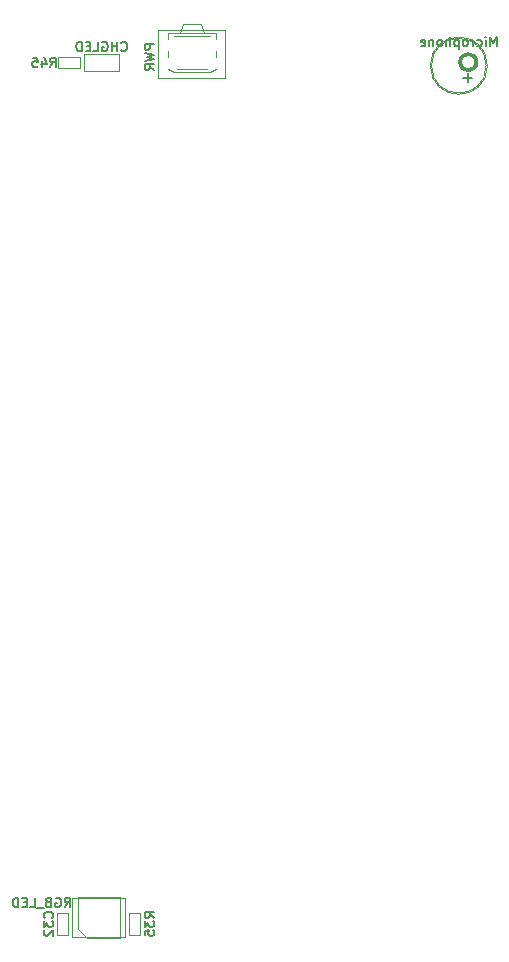
<source format=gbr>
%TF.GenerationSoftware,KiCad,Pcbnew,(5.1.6)-1*%
%TF.CreationDate,2020-07-01T23:58:00+08:00*%
%TF.ProjectId,matrix_v3s,6d617472-6978-45f7-9633-732e6b696361,rev?*%
%TF.SameCoordinates,Original*%
%TF.FileFunction,Legend,Bot*%
%TF.FilePolarity,Positive*%
%FSLAX46Y46*%
G04 Gerber Fmt 4.6, Leading zero omitted, Abs format (unit mm)*
G04 Created by KiCad (PCBNEW (5.1.6)-1) date 2020-07-01 23:58:00*
%MOMM*%
%LPD*%
G01*
G04 APERTURE LIST*
%ADD10C,0.120000*%
%ADD11C,0.300000*%
%ADD12C,0.150000*%
G04 APERTURE END LIST*
D10*
%TO.C,D12*%
X76924000Y-22125000D02*
X79209000Y-22125000D01*
X79209000Y-22125000D02*
X79209000Y-23595000D01*
X79209000Y-23595000D02*
X76924000Y-23595000D01*
X79204000Y-23590000D02*
X79204000Y-22130000D01*
X79204000Y-22130000D02*
X76244000Y-22130000D01*
X76244000Y-22130000D02*
X76244000Y-23590000D01*
X76244000Y-23590000D02*
X79204000Y-23590000D01*
%TO.C,R45*%
X75860000Y-23330000D02*
X75860000Y-22390000D01*
X75860000Y-22390000D02*
X74000000Y-22390000D01*
X74000000Y-22390000D02*
X74000000Y-23330000D01*
X74000000Y-23330000D02*
X75860000Y-23330000D01*
%TO.C,SW3*%
X84328000Y-20320000D02*
X86360000Y-20320000D01*
X84074000Y-23368000D02*
X86614000Y-23368000D01*
X87376000Y-23368000D02*
X86868000Y-23622000D01*
X83312000Y-23368000D02*
X83820000Y-23622000D01*
X87376000Y-20828000D02*
X87376000Y-20320000D01*
X83820000Y-20574000D02*
X86868000Y-20574000D01*
X83312000Y-20320000D02*
X83312000Y-20828000D01*
X84328000Y-20320000D02*
X83312000Y-20320000D01*
X86360000Y-20320000D02*
X87376000Y-20320000D01*
X86106000Y-19558000D02*
X86360000Y-20320000D01*
X84582000Y-19558000D02*
X86106000Y-19558000D01*
X84328000Y-20320000D02*
X84582000Y-19558000D01*
X82494000Y-24130000D02*
X88194000Y-24130000D01*
X82494000Y-20066000D02*
X82494000Y-24130000D01*
X88194000Y-20066000D02*
X82494000Y-20066000D01*
X88194000Y-24130000D02*
X88194000Y-20066000D01*
X83312000Y-21844000D02*
X83312000Y-22352000D01*
X87376000Y-22352000D02*
X87376000Y-21844000D01*
X83820000Y-23622000D02*
X86868000Y-23622000D01*
%TO.C,D7*%
X75220000Y-96900000D02*
X75220000Y-93600000D01*
X79720000Y-96900000D02*
X75220000Y-96900000D01*
X79720000Y-93600000D02*
X79720000Y-96900000D01*
X75220000Y-93600000D02*
X79720000Y-93600000D01*
X79270000Y-97000000D02*
X76470000Y-97000000D01*
X79270000Y-93500000D02*
X79270000Y-97000000D01*
X75670000Y-93500000D02*
X79270000Y-93500000D01*
X75670000Y-96200000D02*
X75670000Y-93500000D01*
X76470000Y-97000000D02*
X75670000Y-96200000D01*
%TO.C,C32*%
X74892000Y-94828000D02*
X73952000Y-94828000D01*
X73952000Y-94828000D02*
X73952000Y-96688000D01*
X73952000Y-96688000D02*
X74892000Y-96688000D01*
X74892000Y-96688000D02*
X74892000Y-94828000D01*
%TO.C,R35*%
X80988000Y-94828000D02*
X80048000Y-94828000D01*
X80048000Y-94828000D02*
X80048000Y-96688000D01*
X80048000Y-96688000D02*
X80988000Y-96688000D01*
X80988000Y-96688000D02*
X80988000Y-94828000D01*
%TO.C,MK1*%
X110366340Y-23114000D02*
G75*
G03*
X110366340Y-23114000I-2416340J0D01*
G01*
X110261400Y-23114000D02*
G75*
G03*
X110261400Y-23114000I-2311400J0D01*
G01*
D11*
X109435900Y-22814280D02*
G75*
G03*
X109435900Y-22814280I-686270J0D01*
G01*
%TO.C,D12*%
D12*
X79381142Y-21812214D02*
X79419238Y-21850309D01*
X79533523Y-21888404D01*
X79609714Y-21888404D01*
X79724000Y-21850309D01*
X79800190Y-21774119D01*
X79838285Y-21697928D01*
X79876380Y-21545547D01*
X79876380Y-21431261D01*
X79838285Y-21278880D01*
X79800190Y-21202690D01*
X79724000Y-21126500D01*
X79609714Y-21088404D01*
X79533523Y-21088404D01*
X79419238Y-21126500D01*
X79381142Y-21164595D01*
X79038285Y-21888404D02*
X79038285Y-21088404D01*
X79038285Y-21469357D02*
X78581142Y-21469357D01*
X78581142Y-21888404D02*
X78581142Y-21088404D01*
X77781142Y-21126500D02*
X77857333Y-21088404D01*
X77971619Y-21088404D01*
X78085904Y-21126500D01*
X78162095Y-21202690D01*
X78200190Y-21278880D01*
X78238285Y-21431261D01*
X78238285Y-21545547D01*
X78200190Y-21697928D01*
X78162095Y-21774119D01*
X78085904Y-21850309D01*
X77971619Y-21888404D01*
X77895428Y-21888404D01*
X77781142Y-21850309D01*
X77743047Y-21812214D01*
X77743047Y-21545547D01*
X77895428Y-21545547D01*
X77019238Y-21888404D02*
X77400190Y-21888404D01*
X77400190Y-21088404D01*
X76752571Y-21469357D02*
X76485904Y-21469357D01*
X76371619Y-21888404D02*
X76752571Y-21888404D01*
X76752571Y-21088404D01*
X76371619Y-21088404D01*
X76028761Y-21888404D02*
X76028761Y-21088404D01*
X75838285Y-21088404D01*
X75724000Y-21126500D01*
X75647809Y-21202690D01*
X75609714Y-21278880D01*
X75571619Y-21431261D01*
X75571619Y-21545547D01*
X75609714Y-21697928D01*
X75647809Y-21774119D01*
X75724000Y-21850309D01*
X75838285Y-21888404D01*
X76028761Y-21888404D01*
%TO.C,R45*%
X73348785Y-23221904D02*
X73615452Y-22840952D01*
X73805928Y-23221904D02*
X73805928Y-22421904D01*
X73501166Y-22421904D01*
X73424976Y-22460000D01*
X73386880Y-22498095D01*
X73348785Y-22574285D01*
X73348785Y-22688571D01*
X73386880Y-22764761D01*
X73424976Y-22802857D01*
X73501166Y-22840952D01*
X73805928Y-22840952D01*
X72663071Y-22688571D02*
X72663071Y-23221904D01*
X72853547Y-22383809D02*
X73044023Y-22955238D01*
X72548785Y-22955238D01*
X71863071Y-22421904D02*
X72244023Y-22421904D01*
X72282119Y-22802857D01*
X72244023Y-22764761D01*
X72167833Y-22726666D01*
X71977357Y-22726666D01*
X71901166Y-22764761D01*
X71863071Y-22802857D01*
X71824976Y-22879047D01*
X71824976Y-23069523D01*
X71863071Y-23145714D01*
X71901166Y-23183809D01*
X71977357Y-23221904D01*
X72167833Y-23221904D01*
X72244023Y-23183809D01*
X72282119Y-23145714D01*
%TO.C,SW3*%
X82149904Y-21285333D02*
X81349904Y-21285333D01*
X81349904Y-21590095D01*
X81388000Y-21666285D01*
X81426095Y-21704380D01*
X81502285Y-21742476D01*
X81616571Y-21742476D01*
X81692761Y-21704380D01*
X81730857Y-21666285D01*
X81768952Y-21590095D01*
X81768952Y-21285333D01*
X81349904Y-22009142D02*
X82149904Y-22199619D01*
X81578476Y-22352000D01*
X82149904Y-22504380D01*
X81349904Y-22694857D01*
X82149904Y-23456761D02*
X81768952Y-23190095D01*
X82149904Y-22999619D02*
X81349904Y-22999619D01*
X81349904Y-23304380D01*
X81388000Y-23380571D01*
X81426095Y-23418666D01*
X81502285Y-23456761D01*
X81616571Y-23456761D01*
X81692761Y-23418666D01*
X81730857Y-23380571D01*
X81768952Y-23304380D01*
X81768952Y-22999619D01*
%TO.C,D7*%
X74586857Y-94341904D02*
X74853523Y-93960952D01*
X75044000Y-94341904D02*
X75044000Y-93541904D01*
X74739238Y-93541904D01*
X74663047Y-93580000D01*
X74624952Y-93618095D01*
X74586857Y-93694285D01*
X74586857Y-93808571D01*
X74624952Y-93884761D01*
X74663047Y-93922857D01*
X74739238Y-93960952D01*
X75044000Y-93960952D01*
X73824952Y-93580000D02*
X73901142Y-93541904D01*
X74015428Y-93541904D01*
X74129714Y-93580000D01*
X74205904Y-93656190D01*
X74244000Y-93732380D01*
X74282095Y-93884761D01*
X74282095Y-93999047D01*
X74244000Y-94151428D01*
X74205904Y-94227619D01*
X74129714Y-94303809D01*
X74015428Y-94341904D01*
X73939238Y-94341904D01*
X73824952Y-94303809D01*
X73786857Y-94265714D01*
X73786857Y-93999047D01*
X73939238Y-93999047D01*
X73177333Y-93922857D02*
X73063047Y-93960952D01*
X73024952Y-93999047D01*
X72986857Y-94075238D01*
X72986857Y-94189523D01*
X73024952Y-94265714D01*
X73063047Y-94303809D01*
X73139238Y-94341904D01*
X73444000Y-94341904D01*
X73444000Y-93541904D01*
X73177333Y-93541904D01*
X73101142Y-93580000D01*
X73063047Y-93618095D01*
X73024952Y-93694285D01*
X73024952Y-93770476D01*
X73063047Y-93846666D01*
X73101142Y-93884761D01*
X73177333Y-93922857D01*
X73444000Y-93922857D01*
X72834476Y-94418095D02*
X72224952Y-94418095D01*
X71653523Y-94341904D02*
X72034476Y-94341904D01*
X72034476Y-93541904D01*
X71386857Y-93922857D02*
X71120190Y-93922857D01*
X71005904Y-94341904D02*
X71386857Y-94341904D01*
X71386857Y-93541904D01*
X71005904Y-93541904D01*
X70663047Y-94341904D02*
X70663047Y-93541904D01*
X70472571Y-93541904D01*
X70358285Y-93580000D01*
X70282095Y-93656190D01*
X70244000Y-93732380D01*
X70205904Y-93884761D01*
X70205904Y-93999047D01*
X70244000Y-94151428D01*
X70282095Y-94227619D01*
X70358285Y-94303809D01*
X70472571Y-94341904D01*
X70663047Y-94341904D01*
%TO.C,C32*%
X73537714Y-95243714D02*
X73575809Y-95205619D01*
X73613904Y-95091333D01*
X73613904Y-95015142D01*
X73575809Y-94900857D01*
X73499619Y-94824666D01*
X73423428Y-94786571D01*
X73271047Y-94748476D01*
X73156761Y-94748476D01*
X73004380Y-94786571D01*
X72928190Y-94824666D01*
X72852000Y-94900857D01*
X72813904Y-95015142D01*
X72813904Y-95091333D01*
X72852000Y-95205619D01*
X72890095Y-95243714D01*
X72813904Y-95510380D02*
X72813904Y-96005619D01*
X73118666Y-95738952D01*
X73118666Y-95853238D01*
X73156761Y-95929428D01*
X73194857Y-95967523D01*
X73271047Y-96005619D01*
X73461523Y-96005619D01*
X73537714Y-95967523D01*
X73575809Y-95929428D01*
X73613904Y-95853238D01*
X73613904Y-95624666D01*
X73575809Y-95548476D01*
X73537714Y-95510380D01*
X72890095Y-96310380D02*
X72852000Y-96348476D01*
X72813904Y-96424666D01*
X72813904Y-96615142D01*
X72852000Y-96691333D01*
X72890095Y-96729428D01*
X72966285Y-96767523D01*
X73042476Y-96767523D01*
X73156761Y-96729428D01*
X73613904Y-96272285D01*
X73613904Y-96767523D01*
%TO.C,R35*%
X82149904Y-95243714D02*
X81768952Y-94977047D01*
X82149904Y-94786571D02*
X81349904Y-94786571D01*
X81349904Y-95091333D01*
X81388000Y-95167523D01*
X81426095Y-95205619D01*
X81502285Y-95243714D01*
X81616571Y-95243714D01*
X81692761Y-95205619D01*
X81730857Y-95167523D01*
X81768952Y-95091333D01*
X81768952Y-94786571D01*
X81349904Y-95510380D02*
X81349904Y-96005619D01*
X81654666Y-95738952D01*
X81654666Y-95853238D01*
X81692761Y-95929428D01*
X81730857Y-95967523D01*
X81807047Y-96005619D01*
X81997523Y-96005619D01*
X82073714Y-95967523D01*
X82111809Y-95929428D01*
X82149904Y-95853238D01*
X82149904Y-95624666D01*
X82111809Y-95548476D01*
X82073714Y-95510380D01*
X81349904Y-96729428D02*
X81349904Y-96348476D01*
X81730857Y-96310380D01*
X81692761Y-96348476D01*
X81654666Y-96424666D01*
X81654666Y-96615142D01*
X81692761Y-96691333D01*
X81730857Y-96729428D01*
X81807047Y-96767523D01*
X81997523Y-96767523D01*
X82073714Y-96729428D01*
X82111809Y-96691333D01*
X82149904Y-96615142D01*
X82149904Y-96424666D01*
X82111809Y-96348476D01*
X82073714Y-96310380D01*
%TO.C,MK1*%
X111150000Y-21443904D02*
X111150000Y-20643904D01*
X110883333Y-21215333D01*
X110616666Y-20643904D01*
X110616666Y-21443904D01*
X110235714Y-21443904D02*
X110235714Y-20910571D01*
X110235714Y-20643904D02*
X110273809Y-20682000D01*
X110235714Y-20720095D01*
X110197619Y-20682000D01*
X110235714Y-20643904D01*
X110235714Y-20720095D01*
X109511904Y-21405809D02*
X109588095Y-21443904D01*
X109740476Y-21443904D01*
X109816666Y-21405809D01*
X109854761Y-21367714D01*
X109892857Y-21291523D01*
X109892857Y-21062952D01*
X109854761Y-20986761D01*
X109816666Y-20948666D01*
X109740476Y-20910571D01*
X109588095Y-20910571D01*
X109511904Y-20948666D01*
X109169047Y-21443904D02*
X109169047Y-20910571D01*
X109169047Y-21062952D02*
X109130952Y-20986761D01*
X109092857Y-20948666D01*
X109016666Y-20910571D01*
X108940476Y-20910571D01*
X108559523Y-21443904D02*
X108635714Y-21405809D01*
X108673809Y-21367714D01*
X108711904Y-21291523D01*
X108711904Y-21062952D01*
X108673809Y-20986761D01*
X108635714Y-20948666D01*
X108559523Y-20910571D01*
X108445238Y-20910571D01*
X108369047Y-20948666D01*
X108330952Y-20986761D01*
X108292857Y-21062952D01*
X108292857Y-21291523D01*
X108330952Y-21367714D01*
X108369047Y-21405809D01*
X108445238Y-21443904D01*
X108559523Y-21443904D01*
X107950000Y-20910571D02*
X107950000Y-21710571D01*
X107950000Y-20948666D02*
X107873809Y-20910571D01*
X107721428Y-20910571D01*
X107645238Y-20948666D01*
X107607142Y-20986761D01*
X107569047Y-21062952D01*
X107569047Y-21291523D01*
X107607142Y-21367714D01*
X107645238Y-21405809D01*
X107721428Y-21443904D01*
X107873809Y-21443904D01*
X107950000Y-21405809D01*
X107226190Y-21443904D02*
X107226190Y-20643904D01*
X106883333Y-21443904D02*
X106883333Y-21024857D01*
X106921428Y-20948666D01*
X106997619Y-20910571D01*
X107111904Y-20910571D01*
X107188095Y-20948666D01*
X107226190Y-20986761D01*
X106388095Y-21443904D02*
X106464285Y-21405809D01*
X106502380Y-21367714D01*
X106540476Y-21291523D01*
X106540476Y-21062952D01*
X106502380Y-20986761D01*
X106464285Y-20948666D01*
X106388095Y-20910571D01*
X106273809Y-20910571D01*
X106197619Y-20948666D01*
X106159523Y-20986761D01*
X106121428Y-21062952D01*
X106121428Y-21291523D01*
X106159523Y-21367714D01*
X106197619Y-21405809D01*
X106273809Y-21443904D01*
X106388095Y-21443904D01*
X105778571Y-20910571D02*
X105778571Y-21443904D01*
X105778571Y-20986761D02*
X105740476Y-20948666D01*
X105664285Y-20910571D01*
X105550000Y-20910571D01*
X105473809Y-20948666D01*
X105435714Y-21024857D01*
X105435714Y-21443904D01*
X104750000Y-21405809D02*
X104826190Y-21443904D01*
X104978571Y-21443904D01*
X105054761Y-21405809D01*
X105092857Y-21329619D01*
X105092857Y-21024857D01*
X105054761Y-20948666D01*
X104978571Y-20910571D01*
X104826190Y-20910571D01*
X104750000Y-20948666D01*
X104711904Y-21024857D01*
X104711904Y-21101047D01*
X105092857Y-21177238D01*
X108716771Y-24510952D02*
X108716771Y-23749047D01*
X108335819Y-24130000D02*
X109097723Y-24130000D01*
%TD*%
M02*

</source>
